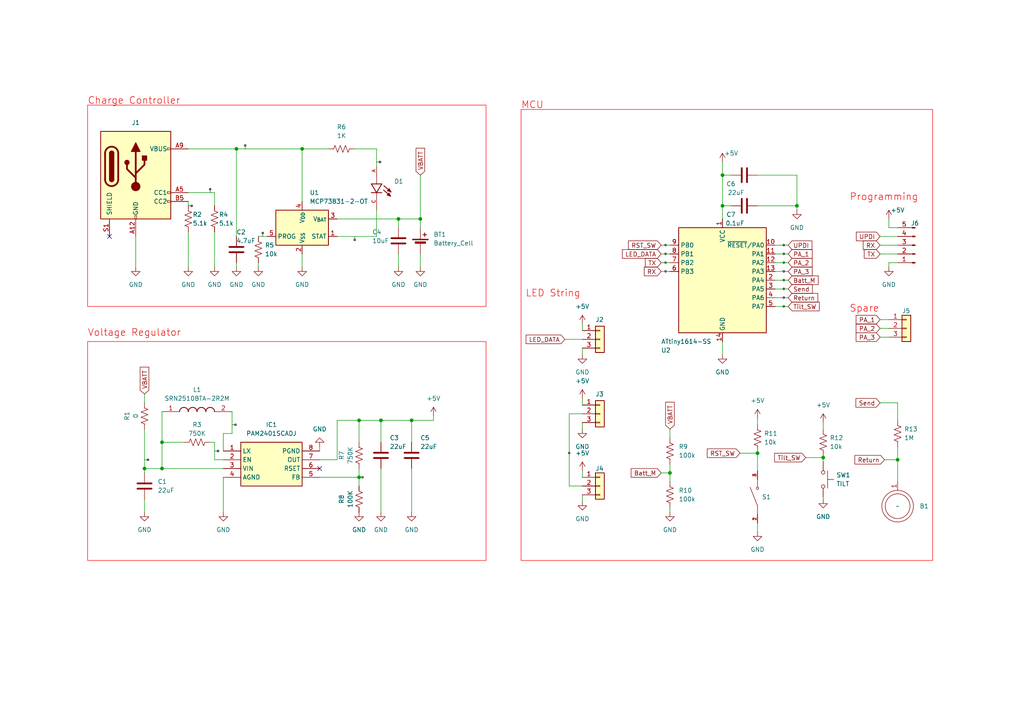
<source format=kicad_sch>
(kicad_sch (version 20230121) (generator eeschema)
  (paper "A4")
  (title_block (title "Night Light") (rev "2") (company "Cameron Gillingham"))
  (lib_symbols
    (symbol "Battery_Management:MCP73831-2-OT"
      (property "Reference" "U" (at -7.62 6.35 0))
      (property "Value" "MCP73831-2-OT" (at 1.27 6.35 0))
      (symbol "MCP73831-2-OT_0_1"
        (rectangle (start -7.62 5.08) (end 7.62 -5.08) (stroke (width 0.254)) (fill (type background)))
      )
      (symbol "MCP73831-2-OT_1_1"
        (pin tri_state line (at 10.16 -2.54 180) (length 2.54) (name "STAT") (number "1"))
        (pin power_in line (at 0 -7.62 90) (length 2.54) (name "V_{SS}") (number "2"))
        (pin power_out line (at 10.16 2.54 180) (length 2.54) (name "V_{BAT}") (number "3"))
        (pin power_in line (at 0 7.62 270) (length 2.54) (name "V_{DD}") (number "4"))
        (pin input line (at -10.16 -2.54 0) (length 2.54) (name "PROG") (number "5"))
      )
    )
    (symbol "Connector:Conn_01x05_Pin" (pin_names (offset 1.016) hide)
      (property "Reference" "J" (at 0 7.62 0))
      (property "Value" "Conn_01x05_Pin" (at 0 -7.62 0))
      (symbol "Conn_01x05_Pin_1_1"
        (polyline (pts (xy 1.27 -5.08) (xy 0.8636 -5.08)) (stroke (width 0.1524)))
        (polyline (pts (xy 1.27 -2.54) (xy 0.8636 -2.54)) (stroke (width 0.1524)))
        (polyline (pts (xy 1.27 0) (xy 0.8636 0)) (stroke (width 0.1524)))
        (polyline (pts (xy 1.27 2.54) (xy 0.8636 2.54)) (stroke (width 0.1524)))
        (polyline (pts (xy 1.27 5.08) (xy 0.8636 5.08)) (stroke (width 0.1524)))
        (rectangle (start 0.8636 -4.953) (end 0 -5.207) (stroke (width 0.1524)) (fill (type outline)))
        (rectangle (start 0.8636 -2.413) (end 0 -2.667) (stroke (width 0.1524)) (fill (type outline)))
        (rectangle (start 0.8636 0.127) (end 0 -0.127) (stroke (width 0.1524)) (fill (type outline)))
        (rectangle (start 0.8636 2.667) (end 0 2.413) (stroke (width 0.1524)) (fill (type outline)))
        (rectangle (start 0.8636 5.207) (end 0 4.953) (stroke (width 0.1524)) (fill (type outline)))
        (pin passive line (at 5.08 5.08 180) (length 3.81) (name "Pin_1") (number "1"))
        (pin passive line (at 5.08 2.54 180) (length 3.81) (name "Pin_2") (number "2"))
        (pin passive line (at 5.08 0 180) (length 3.81) (name "Pin_3") (number "3"))
        (pin passive line (at 5.08 -2.54 180) (length 3.81) (name "Pin_4") (number "4"))
        (pin passive line (at 5.08 -5.08 180) (length 3.81) (name "Pin_5") (number "5"))
      )
    )
    (symbol "Connector:USB_C_Receptacle_PowerOnly_6P" (pin_names (offset 1.016))
      (property "Reference" "J" (at 0 16.51 0))
      (property "Value" "USB_C_Receptacle_PowerOnly_6P" (at 0 13.97 0))
      (symbol "USB_C_Receptacle_PowerOnly_6P_0_0"
        (rectangle (start -0.254 -12.7) (end 0.254 -11.684))
        (rectangle (start 10.16 -7.366) (end 9.144 -7.874))
        (rectangle (start 10.16 -4.826) (end 9.144 -5.334))
        (rectangle (start 10.16 7.874) (end 9.144 7.366))
      )
      (symbol "USB_C_Receptacle_PowerOnly_6P_0_1"
        (rectangle (start -10.16 12.7) (end 10.16 -12.7) (stroke (width 0.254)) (fill (type background)))
        (arc (start -8.89 -1.27) (mid -6.985 -3.1667) (end -5.08 -1.27) (stroke (width 0.508)))
        (arc (start -7.62 -1.27) (mid -6.985 -1.9023) (end -6.35 -1.27) (stroke (width 0.254)))
        (arc (start -7.62 -1.27) (mid -6.985 -1.9023) (end -6.35 -1.27) (stroke (width 0.254)) (fill (type outline)))
        (rectangle (start -7.62 -1.27) (end -6.35 6.35) (stroke (width 0.254)) (fill (type outline)))
        (arc (start -6.35 6.35) (mid -6.985 6.9823) (end -7.62 6.35) (stroke (width 0.254)))
        (arc (start -6.35 6.35) (mid -6.985 6.9823) (end -7.62 6.35) (stroke (width 0.254)) (fill (type outline)))
        (arc (start -5.08 6.35) (mid -6.985 8.2467) (end -8.89 6.35) (stroke (width 0.508)))
        (circle (center -2.54 3.683) (radius 0.635) (stroke (width 0.254)) (fill (type outline)))
        (circle (center 0 -3.302) (radius 1.27) (fill (type outline)))
        (polyline (pts (xy -8.89 -1.27) (xy -8.89 6.35)) (stroke (width 0.508)))
        (polyline (pts (xy -5.08 6.35) (xy -5.08 -1.27)) (stroke (width 0.508)))
        (polyline (pts (xy 0 -3.302) (xy 0 6.858)) (stroke (width 0.508)))
        (polyline (pts (xy 0 -0.762) (xy -2.54 1.778) (xy -2.54 3.048)) (stroke (width 0.508)))
        (polyline (pts (xy 0 0.508) (xy 2.54 3.048) (xy 2.54 4.318)) (stroke (width 0.508)))
        (polyline (pts (xy -1.27 6.858) (xy 0 9.398) (xy 1.27 6.858) (xy -1.27 6.858)) (stroke (width 0.254)) (fill (type outline)))
        (rectangle (start 1.905 4.318) (end 3.175 5.588) (stroke (width 0.254)) (fill (type outline)))
      )
      (symbol "USB_C_Receptacle_PowerOnly_6P_1_1"
        (pin passive line (at 0 -17.78 90) (length 5.08) (name "GND") (number "A12"))
        (pin bidirectional line (at 15.24 -5.08 180) (length 5.08) (name "CC1") (number "A5"))
        (pin passive line (at 15.24 7.62 180) (length 5.08) (name "VBUS") (number "A9"))
        (pin passive line (at 0 -17.78 90) (length 5.08) hide (name "GND") (number "B12"))
        (pin bidirectional line (at 15.24 -7.62 180) (length 5.08) (name "CC2") (number "B5"))
        (pin passive line (at 15.24 7.62 180) (length 5.08) hide (name "VBUS") (number "B9"))
        (pin passive line (at -7.62 -17.78 90) (length 5.08) (name "SHIELD") (number "S1"))
      )
    )
    (symbol "Connector_Generic:Conn_01x03" (pin_names (offset 1.016) hide)
      (property "Reference" "J" (at 0 5.08 0))
      (property "Value" "Conn_01x03" (at 0 -5.08 0))
      (symbol "Conn_01x03_1_1"
        (rectangle (start -1.27 -2.413) (end 0 -2.667) (stroke (width 0.1524)))
        (rectangle (start -1.27 0.127) (end 0 -0.127) (stroke (width 0.1524)))
        (rectangle (start -1.27 2.667) (end 0 2.413) (stroke (width 0.1524)))
        (rectangle (start -1.27 3.81) (end 1.27 -3.81) (stroke (width 0.254)) (fill (type background)))
        (pin passive line (at -5.08 2.54 0) (length 3.81) (name "Pin_1") (number "1"))
        (pin passive line (at -5.08 0 0) (length 3.81) (name "Pin_2") (number "2"))
        (pin passive line (at -5.08 -2.54 0) (length 3.81) (name "Pin_3") (number "3"))
      )
    )
    (symbol "Device:Battery_Cell" (pin_numbers hide) (pin_names (offset 0) hide)
      (property "Reference" "BT" (at 2.54 2.54 0))
      (property "Value" "Battery_Cell" (at 2.54 0 0))
      (symbol "Battery_Cell_0_1"
        (rectangle (start -2.286 1.778) (end 2.286 1.524) (fill (type outline)))
        (rectangle (start -1.524 1.016) (end 1.524 0.508) (fill (type outline)))
        (polyline (pts (xy 0 0.762) (xy 0 0)))
        (polyline (pts (xy 0 1.778) (xy 0 2.54)))
        (polyline (pts (xy 0.762 3.048) (xy 1.778 3.048)) (stroke (width 0.254)))
        (polyline (pts (xy 1.27 3.556) (xy 1.27 2.54)) (stroke (width 0.254)))
      )
      (symbol "Battery_Cell_1_1"
        (pin passive line (at 0 5.08 270) (length 2.54) (name "+") (number "1"))
        (pin passive line (at 0 -2.54 90) (length 2.54) (name "-") (number "2"))
      )
    )
    (symbol "Device:C" (pin_numbers hide) (pin_names (offset 0.254))
      (property "Reference" "C" (at 0.635 2.54 0))
      (property "Value" "C" (at 0.635 -2.54 0))
      (symbol "C_0_1"
        (polyline (pts (xy -2.032 -0.762) (xy 2.032 -0.762)) (stroke (width 0.508)))
        (polyline (pts (xy -2.032 0.762) (xy 2.032 0.762)) (stroke (width 0.508)))
      )
      (symbol "C_1_1"
        (pin passive line (at 0 3.81 270) (length 2.794) (name "~") (number "1"))
        (pin passive line (at 0 -3.81 90) (length 2.794) (name "~") (number "2"))
      )
    )
    (symbol "Device:R_US" (pin_numbers hide) (pin_names (offset 0))
      (property "Reference" "R" (at 2.54 0 90))
      (property "Value" "R_US" (at -2.54 0 90))
      (symbol "R_US_0_1"
        (polyline (pts (xy 0 -2.286) (xy 0 -2.54)))
        (polyline (pts (xy 0 2.286) (xy 0 2.54)))
        (polyline (pts (xy 0 -0.762) (xy 1.016 -1.143) (xy 0 -1.524) (xy -1.016 -1.905) (xy 0 -2.286)))
        (polyline (pts (xy 0 0.762) (xy 1.016 0.381) (xy 0 0) (xy -1.016 -0.381) (xy 0 -0.762)))
        (polyline (pts (xy 0 2.286) (xy 1.016 1.905) (xy 0 1.524) (xy -1.016 1.143) (xy 0 0.762)))
      )
      (symbol "R_US_1_1"
        (pin passive line (at 0 3.81 270) (length 1.27) (name "~") (number "1"))
        (pin passive line (at 0 -3.81 90) (length 1.27) (name "~") (number "2"))
      )
    )
    (symbol "IN-S124ARUW:IN-S124ARUW" (pin_names (offset 1.016))
      (property "Reference" "D" (at -3.0988 4.4958 0))
      (property "Value" "IN-S124ARUW" (at -3.556 -3.302 0))
      (symbol "IN-S124ARUW_0_0"
        (polyline (pts (xy -2.54 -1.524) (xy 0 0)) (stroke (width 0.254)))
        (polyline (pts (xy -2.54 0) (xy -5.08 0)) (stroke (width 0.1524)))
        (polyline (pts (xy -2.54 0) (xy -2.54 -1.524)) (stroke (width 0.254)))
        (polyline (pts (xy -2.54 1.524) (xy -2.54 0)) (stroke (width 0.254)))
        (polyline (pts (xy -1.1176 3.683) (xy -0.2286 4.1656)) (stroke (width 0.254)))
        (polyline (pts (xy -0.9398 3.6068) (xy -0.7112 3.7592)) (stroke (width 0.254)))
        (polyline (pts (xy -0.5588 3.2004) (xy -1.1176 3.683)) (stroke (width 0.254)))
        (polyline (pts (xy -0.5588 3.2004) (xy -0.5334 3.937)) (stroke (width 0.254)))
        (polyline (pts (xy -0.5334 3.937) (xy -0.6604 3.937)) (stroke (width 0.254)))
        (polyline (pts (xy -0.2286 4.1656) (xy -2.0066 2.1336)) (stroke (width 0.254)))
        (polyline (pts (xy -0.2286 4.1656) (xy -0.5588 3.2004)) (stroke (width 0.254)))
        (polyline (pts (xy 0 0) (xy -2.54 1.524)) (stroke (width 0.254)))
        (polyline (pts (xy 0 1.524) (xy 0 -1.524)) (stroke (width 0.254)))
        (polyline (pts (xy 0.127 3.5814) (xy 1.016 4.064)) (stroke (width 0.254)))
        (polyline (pts (xy 0.3048 3.5052) (xy 0.5334 3.6576)) (stroke (width 0.254)))
        (polyline (pts (xy 0.6858 3.0988) (xy 0.127 3.5814)) (stroke (width 0.254)))
        (polyline (pts (xy 0.6858 3.0988) (xy 0.7112 3.8354)) (stroke (width 0.254)))
        (polyline (pts (xy 0.7112 3.8354) (xy 0.5842 3.8354)) (stroke (width 0.254)))
        (polyline (pts (xy 1.016 4.064) (xy -0.762 2.032)) (stroke (width 0.254)))
        (polyline (pts (xy 1.016 4.064) (xy 0.6858 3.0988)) (stroke (width 0.254)))
        (pin passive line (at -7.62 0 0) (length 2.54) (name "~") (number "A"))
        (pin passive line (at 5.08 0 180) (length 5.08) (name "~") (number "C"))
      )
    )
    (symbol "MCU_Microchip_ATtiny:ATtiny1614-SS"
      (property "Reference" "U" (at -12.7 16.51 0))
      (property "Value" "ATtiny1614-SS" (at 2.54 -16.51 0))
      (symbol "ATtiny1614-SS_0_1"
        (rectangle (start -12.7 -15.24) (end 12.7 15.24) (stroke (width 0.254)) (fill (type background)))
      )
      (symbol "ATtiny1614-SS_1_1"
        (pin power_in line (at 0 17.78 270) (length 2.54) (name "VCC") (number "1"))
        (pin bidirectional line (at 15.24 10.16 180) (length 2.54) (name "~{RESET}/PA0") (number "10"))
        (pin bidirectional line (at 15.24 7.62 180) (length 2.54) (name "PA1") (number "11"))
        (pin bidirectional line (at 15.24 5.08 180) (length 2.54) (name "PA2") (number "12"))
        (pin bidirectional line (at 15.24 2.54 180) (length 2.54) (name "PA3") (number "13"))
        (pin power_in line (at 0 -17.78 90) (length 2.54) (name "GND") (number "14"))
        (pin bidirectional line (at 15.24 0 180) (length 2.54) (name "PA4") (number "2"))
        (pin bidirectional line (at 15.24 -2.54 180) (length 2.54) (name "PA5") (number "3"))
        (pin bidirectional line (at 15.24 -5.08 180) (length 2.54) (name "PA6") (number "4"))
        (pin bidirectional line (at 15.24 -7.62 180) (length 2.54) (name "PA7") (number "5"))
        (pin bidirectional line (at -15.24 2.54 0) (length 2.54) (name "PB3") (number "6"))
        (pin bidirectional line (at -15.24 5.08 0) (length 2.54) (name "PB2") (number "7"))
        (pin bidirectional line (at -15.24 7.62 0) (length 2.54) (name "PB1") (number "8"))
        (pin bidirectional line (at -15.24 10.16 0) (length 2.54) (name "PB0") (number "9"))
      )
    )
    (symbol "PAM2401SCADJ:PAM2401SCADJ"
      (property "Reference" "IC" (at 24.13 7.62 0))
      (property "Value" "PAM2401SCADJ" (at 24.13 5.08 0))
      (symbol "PAM2401SCADJ_1_1"
        (rectangle (start 5.08 2.54) (end 22.86 -10.16) (stroke (width 0.254)) (fill (type background)))
        (pin passive line (at 0 0 0) (length 5.08) (name "LX") (number "1"))
        (pin passive line (at 0 -2.54 0) (length 5.08) (name "EN") (number "2"))
        (pin passive line (at 0 -5.08 0) (length 5.08) (name "VIN") (number "3"))
        (pin passive line (at 0 -7.62 0) (length 5.08) (name "AGND") (number "4"))
        (pin passive line (at 27.94 -7.62 180) (length 5.08) (name "FB") (number "5"))
        (pin passive line (at 27.94 -5.08 180) (length 5.08) (name "RSET") (number "6"))
        (pin passive line (at 27.94 -2.54 180) (length 5.08) (name "OUT") (number "7"))
        (pin passive line (at 27.94 0 180) (length 5.08) (name "PGND") (number "8"))
      )
    )
    (symbol "PTS526_SM08_SMTR2_LFS:PTS526_SM08_SMTR2_LFS" (pin_names (offset 1.016))
      (property "Reference" "S" (at -2.54 2.54 0))
      (property "Value" "PTS526_SM08_SMTR2_LFS" (at -2.54 -2.54 0))
      (symbol "PTS526_SM08_SMTR2_LFS_0_0"
        (polyline (pts (xy -2.54 0) (xy -5.08 0)) (stroke (width 0.1524)))
        (polyline (pts (xy -2.54 0) (xy 2.794 2.1336)) (stroke (width 0.1524)))
        (polyline (pts (xy 5.08 0) (xy 2.921 0)) (stroke (width 0.1524)))
        (circle (center 2.54 0) (radius 0.3302) (stroke (width 0.1524)))
        (pin passive line (at -7.62 0 0) (length 2.54) (name "~") (number "1"))
        (pin passive line (at -7.62 0 0) (length 2.54) (name "~") (number "2"))
        (pin passive line (at 7.62 0 180) (length 2.54) (name "~") (number "3"))
        (pin passive line (at 7.62 0 180) (length 2.54) (name "~") (number "4"))
      )
    )
    (symbol "SRN2510BTA-2R2M:SRN2510BTA-2R2M" (pin_names hide)
      (property "Reference" "L" (at 16.51 6.35 0))
      (property "Value" "SRN2510BTA-2R2M" (at 16.51 3.81 0))
      (symbol "SRN2510BTA-2R2M_1_1"
        (arc (start 7.62 0) (mid 6.35 1.219) (end 5.08 0) (stroke (width 0.254)))
        (arc (start 10.16 0) (mid 8.89 1.219) (end 7.62 0) (stroke (width 0.254)))
        (arc (start 12.7 0) (mid 11.43 1.219) (end 10.16 0) (stroke (width 0.254)))
        (arc (start 15.24 0) (mid 13.97 1.219) (end 12.7 0) (stroke (width 0.254)))
        (pin passive line (at 0 0 0) (length 5.08) (name "1") (number "1"))
        (pin passive line (at 20.32 0 180) (length 5.08) (name "2") (number "2"))
      )
    )
    (symbol "Switch:SW_Push" (pin_numbers hide) (pin_names (offset 1.016) hide)
      (property "Reference" "SW" (at 1.27 2.54 0))
      (property "Value" "SW_Push" (at 0 -1.524 0))
      (symbol "SW_Push_0_1"
        (circle (center -2.032 0) (radius 0.508))
        (polyline (pts (xy 0 1.27) (xy 0 3.048)))
        (polyline (pts (xy 2.54 1.27) (xy -2.54 1.27)))
        (circle (center 2.032 0) (radius 0.508))
        (pin passive line (at -5.08 0 0) (length 2.54) (name "1") (number "1"))
        (pin passive line (at 5.08 0 180) (length 2.54) (name "2") (number "2"))
      )
    )
    (symbol "myDesigns:Touch_Button"
      (property "Reference" "B" (at -4.318 -1.778 0))
      (symbol "Touch_Button_0_1"
        (circle (center 0 -7.112) (radius 3.5921))
        (circle (center 0 -7.112) (radius 4.5791))
      )
      (symbol "Touch_Button_1_1"
        (pin input line (at 0 0 270) (length 2.54) (name "") (number "1"))
      )
    )
    (symbol "power:+5V" (power) (pin_names (offset 0))
      (property "Value" "+5V" (at 0 3.556 0))
      (symbol "+5V_0_1"
        (polyline (pts (xy -0.762 1.27) (xy 0 2.54)))
        (polyline (pts (xy 0 0) (xy 0 2.54)))
        (polyline (pts (xy 0 2.54) (xy 0.762 1.27)))
      )
      (symbol "+5V_1_1"
        (pin power_in line (at 0 0 90) (length 0) hide (name "+5V") (number "1"))
      )
    )
    (symbol "power:GND" (power) (pin_names (offset 0))
      (property "Value" "GND" (at 0 -3.81 0))
      (symbol "GND_0_1"
        (polyline (pts (xy 0 0) (xy 0 -1.27) (xy 1.27 -1.27) (xy 0 -2.54) (xy -1.27 -1.27) (xy 0 -1.27)))
      )
      (symbol "GND_1_1"
        (pin power_in line (at 0 0 270) (length 0) hide (name "GND") (number "1"))
      )
    )
  )
  (junction (at 119.38 121.92))
  (junction (at 68.58 43.18))
  (junction (at 209.55 59.69))
  (junction (at 231.14 59.69))
  (junction (at 110.49 121.92))
  (junction (at 46.99 128.27))
  (junction (at 219.71 131.445))
  (junction (at 238.76 132.715))
  (junction (at 115.57 63.5))
  (junction (at 121.92 63.5))
  (junction (at 194.31 137.16))
  (junction (at 260.35 133.35))
  (junction (at 87.63 43.18))
  (junction (at 104.14 121.92))
  (junction (at 209.55 50.8))
  (junction (at 46.99 135.89))
  (junction (at 41.91 135.89))
  (junction (at 104.14 138.43))
  (no_connect (at 92.71 135.89))
  (no_connect (at 31.75 68.58))
  (wire (pts (xy 224.79 73.66) (xy 228.6 73.66)))
  (wire (pts (xy 163.83 98.425) (xy 168.91 98.425)))
  (wire (pts (xy 62.23 128.27) (xy 62.23 133.35)))
  (wire (pts (xy 168.91 143.51) (xy 168.91 145.415)))
  (wire (pts (xy 231.14 50.8) (xy 231.14 59.69)))
  (wire (pts (xy 255.27 92.71) (xy 257.81 92.71)))
  (wire (pts (xy 260.35 116.84) (xy 260.35 121.92)))
  (wire (pts (xy 109.22 60.96) (xy 109.22 68.58)))
  (wire (pts (xy 214.63 131.445) (xy 219.71 131.445)))
  (wire (pts (xy 209.55 99.06) (xy 209.55 102.87)))
  (wire (pts (xy 119.38 135.89) (xy 119.38 148.59)))
  (wire (pts (xy 125.73 120.65) (xy 125.73 121.92)))
  (wire (pts (xy 92.71 129.54) (xy 92.71 130.81)))
  (wire (pts (xy 260.35 76.2) (xy 257.81 76.2)))
  (wire (pts (xy 41.91 114.3) (xy 41.91 116.84)))
  (wire (pts (xy 110.49 121.92) (xy 110.49 128.27)))
  (wire (pts (xy 62.23 67.31) (xy 62.23 77.47)))
  (wire (pts (xy 238.76 132.08) (xy 238.76 132.715)))
  (wire (pts (xy 109.22 68.58) (xy 97.79 68.58)))
  (wire (pts (xy 191.77 137.16) (xy 194.31 137.16)))
  (wire (pts (xy 41.91 148.59) (xy 41.91 144.78)))
  (wire (pts (xy 224.79 83.82) (xy 228.6 83.82)))
  (wire (pts (xy 104.14 121.92) (xy 110.49 121.92)))
  (wire (pts (xy 54.61 43.18) (xy 68.58 43.18)))
  (wire (pts (xy 165.1 140.97) (xy 168.91 140.97)))
  (wire (pts (xy 62.23 133.35) (xy 64.77 133.35)))
  (wire (pts (xy 168.91 115.57) (xy 168.91 117.475)))
  (wire (pts (xy 255.27 97.79) (xy 257.81 97.79)))
  (wire (pts (xy 255.27 68.58) (xy 260.35 68.58)))
  (wire (pts (xy 168.91 100.965) (xy 168.91 102.87)))
  (wire (pts (xy 46.99 128.27) (xy 53.34 128.27)))
  (wire (pts (xy 104.14 135.89) (xy 104.14 138.43)))
  (wire (pts (xy 260.35 129.54) (xy 260.35 133.35)))
  (wire (pts (xy 168.91 122.555) (xy 168.91 124.46)))
  (wire (pts (xy 67.31 125.73) (xy 64.77 125.73)))
  (wire (pts (xy 224.79 88.9) (xy 228.6 88.9)))
  (wire (pts (xy 102.87 43.18) (xy 109.22 43.18)))
  (wire (pts (xy 87.63 73.66) (xy 87.63 77.47)))
  (wire (pts (xy 224.79 78.74) (xy 228.6 78.74)))
  (wire (pts (xy 255.27 95.25) (xy 257.81 95.25)))
  (wire (pts (xy 110.49 135.89) (xy 110.49 148.59)))
  (wire (pts (xy 121.92 73.66) (xy 121.92 77.47)))
  (wire (pts (xy 194.31 147.32) (xy 194.31 148.59)))
  (wire (pts (xy 121.92 50.8) (xy 121.92 63.5)))
  (wire (pts (xy 115.57 63.5) (xy 121.92 63.5)))
  (wire (pts (xy 233.68 132.715) (xy 238.76 132.715)))
  (wire (pts (xy 191.77 76.2) (xy 194.31 76.2)))
  (wire (pts (xy 92.71 133.35) (xy 97.79 133.35)))
  (wire (pts (xy 87.63 43.18) (xy 95.25 43.18)))
  (wire (pts (xy 46.99 135.89) (xy 64.77 135.89)))
  (wire (pts (xy 46.99 119.38) (xy 46.99 128.27)))
  (wire (pts (xy 125.73 121.92) (xy 119.38 121.92)))
  (wire (pts (xy 219.71 50.8) (xy 231.14 50.8)))
  (wire (pts (xy 115.57 73.66) (xy 115.57 77.47)))
  (wire (pts (xy 110.49 121.92) (xy 119.38 121.92)))
  (wire (pts (xy 41.91 124.46) (xy 41.91 135.89)))
  (wire (pts (xy 104.14 138.43) (xy 104.14 140.97)))
  (wire (pts (xy 62.23 55.88) (xy 62.23 59.69)))
  (wire (pts (xy 224.79 81.28) (xy 228.6 81.28)))
  (wire (pts (xy 255.27 73.66) (xy 260.35 73.66)))
  (wire (pts (xy 74.93 68.58) (xy 77.47 68.58)))
  (wire (pts (xy 67.31 119.38) (xy 67.31 125.73)))
  (wire (pts (xy 68.58 43.18) (xy 68.58 68.58)))
  (wire (pts (xy 238.76 132.715) (xy 238.76 133.985)))
  (wire (pts (xy 194.31 137.16) (xy 194.31 139.7)))
  (wire (pts (xy 260.35 133.35) (xy 260.35 139.7)))
  (wire (pts (xy 219.71 131.445) (xy 219.71 136.525)))
  (wire (pts (xy 209.55 46.99) (xy 209.55 50.8)))
  (wire (pts (xy 41.91 137.16) (xy 41.91 135.89)))
  (wire (pts (xy 219.71 59.69) (xy 231.14 59.69)))
  (wire (pts (xy 219.71 151.765) (xy 219.71 154.305)))
  (wire (pts (xy 54.61 58.42) (xy 54.61 59.69)))
  (wire (pts (xy 209.55 50.8) (xy 209.55 59.69)))
  (wire (pts (xy 97.79 133.35) (xy 97.79 121.92)))
  (wire (pts (xy 97.79 121.92) (xy 104.14 121.92)))
  (wire (pts (xy 121.92 66.04) (xy 121.92 63.5)))
  (wire (pts (xy 260.35 66.04) (xy 257.81 66.04)))
  (wire (pts (xy 46.99 128.27) (xy 46.99 135.89)))
  (wire (pts (xy 165.1 120.015) (xy 165.1 140.97)))
  (wire (pts (xy 209.55 59.69) (xy 212.09 59.69)))
  (wire (pts (xy 238.76 122.555) (xy 238.76 124.46)))
  (wire (pts (xy 104.14 121.92) (xy 104.14 128.27)))
  (wire (pts (xy 54.61 55.88) (xy 62.23 55.88)))
  (wire (pts (xy 257.81 63.5) (xy 257.81 66.04)))
  (wire (pts (xy 255.27 71.12) (xy 260.35 71.12)))
  (wire (pts (xy 119.38 121.92) (xy 119.38 128.27)))
  (wire (pts (xy 194.31 134.62) (xy 194.31 137.16)))
  (wire (pts (xy 168.91 120.015) (xy 165.1 120.015)))
  (wire (pts (xy 64.77 130.81) (xy 64.77 125.73)))
  (wire (pts (xy 256.54 133.35) (xy 260.35 133.35)))
  (wire (pts (xy 54.61 67.31) (xy 54.61 77.47)))
  (wire (pts (xy 46.99 135.89) (xy 41.91 135.89)))
  (wire (pts (xy 74.93 77.47) (xy 74.93 76.2)))
  (wire (pts (xy 109.22 43.18) (xy 109.22 48.26)))
  (wire (pts (xy 60.96 128.27) (xy 62.23 128.27)))
  (wire (pts (xy 191.77 73.66) (xy 194.31 73.66)))
  (wire (pts (xy 238.76 144.145) (xy 238.76 144.78)))
  (wire (pts (xy 224.79 71.12) (xy 228.6 71.12)))
  (wire (pts (xy 168.91 93.98) (xy 168.91 95.885)))
  (wire (pts (xy 64.77 138.43) (xy 64.77 148.59)))
  (wire (pts (xy 191.77 78.74) (xy 194.31 78.74)))
  (wire (pts (xy 219.71 121.285) (xy 219.71 123.19)))
  (wire (pts (xy 92.71 138.43) (xy 104.14 138.43)))
  (wire (pts (xy 209.55 50.8) (xy 212.09 50.8)))
  (wire (pts (xy 87.63 43.18) (xy 87.63 58.42)))
  (wire (pts (xy 68.58 43.18) (xy 87.63 43.18)))
  (wire (pts (xy 97.79 63.5) (xy 115.57 63.5)))
  (wire (pts (xy 168.91 136.525) (xy 168.91 138.43)))
  (wire (pts (xy 231.14 59.69) (xy 231.14 60.96)))
  (wire (pts (xy 224.79 86.36) (xy 228.6 86.36)))
  (wire (pts (xy 68.58 76.2) (xy 68.58 77.47)))
  (wire (pts (xy 219.71 130.81) (xy 219.71 131.445)))
  (wire (pts (xy 39.37 68.58) (xy 39.37 77.47)))
  (wire (pts (xy 224.79 76.2) (xy 228.6 76.2)))
  (wire (pts (xy 255.27 116.84) (xy 260.35 116.84)))
  (wire (pts (xy 191.77 71.12) (xy 194.31 71.12)))
  (wire (pts (xy 115.57 63.5) (xy 115.57 66.04)))
  (wire (pts (xy 209.55 59.69) (xy 209.55 63.5)))
  (wire (pts (xy 194.31 124.46) (xy 194.31 127)))
  (wire (pts (xy 257.81 76.2) (xy 257.81 77.47)))
  (rectangle (start 151.13 31.75) (end 270.51 162.56) (stroke (width 0) (color 255 0 0 1)))
  (rectangle (start 25.4 99.06) (end 140.97 162.56) (stroke (width 0) (color 255 0 0 1)))
  (rectangle (start 25.4 30.48) (end 140.97 88.9) (stroke (width 0) (color 253 0 0 1)))
  (text "Spare\n\n" (at 246.38 93.98 0) (effects (font (size 2 2)) (justify left bottom)))
  (text "LED String\n" (at 152.4 86.36 0) (effects (font (size 2 2)) (justify left bottom)))
  (text "Voltage Regulator\n" (at 25.4 97.79 0) (effects (font (size 2 2)) (justify left bottom)))
  (text "MCU\n" (at 151.13 31.75 0) (effects (font (size 2 2)) (justify left bottom)))
  (text "Programming\n" (at 246.38 58.42 0) (effects (font (size 2 2)) (justify left bottom)))
  (text "Charge Controller\n" (at 25.4 30.48 0) (effects (font (size 2 2)) (justify left bottom)))
  (global_label "VBATT" (shape input) (at 194.31 124.46 90) (property "Intersheetrefs" "${INTERSHEET_REFS}" (effects hide)))
  (global_label "RX" (shape input) (at 255.27 71.12 180) (property "Intersheetrefs" "${INTERSHEET_REFS}" (effects hide)))
  (global_label "UPDI" (shape input) (at 228.6 71.12 0) (property "Intersheetrefs" "${INTERSHEET_REFS}" (effects hide)))
  (global_label "Batt_M" (shape input) (at 228.6 81.28 0) (property "Intersheetrefs" "${INTERSHEET_REFS}" (effects hide)))
  (global_label "TX" (shape input) (at 255.27 73.66 180) (property "Intersheetrefs" "${INTERSHEET_REFS}" (effects hide)))
  (global_label "Tilt_SW" (shape input) (at 228.6 88.9 0) (property "Intersheetrefs" "${INTERSHEET_REFS}" (effects hide)))
  (global_label "Send" (shape input) (at 255.27 116.84 180) (property "Intersheetrefs" "${INTERSHEET_REFS}" (effects hide)))
  (global_label "PA_1" (shape input) (at 228.6 73.66 0) (property "Intersheetrefs" "${INTERSHEET_REFS}" (effects hide)))
  (global_label "Batt_M" (shape input) (at 191.77 137.16 180) (property "Intersheetrefs" "${INTERSHEET_REFS}" (effects hide)))
  (global_label "RX" (shape input) (at 191.77 78.74 180) (property "Intersheetrefs" "${INTERSHEET_REFS}" (effects hide)))
  (global_label "PA_2" (shape input) (at 228.6 76.2 0) (property "Intersheetrefs" "${INTERSHEET_REFS}" (effects hide)))
  (global_label "VBATT" (shape input) (at 121.92 50.8 90) (property "Intersheetrefs" "${INTERSHEET_REFS}" (effects hide)))
  (global_label "PA_3" (shape input) (at 228.6 78.74 0) (property "Intersheetrefs" "${INTERSHEET_REFS}" (effects hide)))
  (global_label "Return" (shape input) (at 256.54 133.35 180) (property "Intersheetrefs" "${INTERSHEET_REFS}" (effects hide)))
  (global_label "PA_3" (shape input) (at 255.27 97.79 180) (property "Intersheetrefs" "${INTERSHEET_REFS}" (effects hide)))
  (global_label "UPDI" (shape input) (at 255.27 68.58 180) (property "Intersheetrefs" "${INTERSHEET_REFS}" (effects hide)))
  (global_label "Return" (shape input) (at 228.6 86.36 0) (property "Intersheetrefs" "${INTERSHEET_REFS}" (effects hide)))
  (global_label "TX" (shape input) (at 191.77 76.2 180) (property "Intersheetrefs" "${INTERSHEET_REFS}" (effects hide)))
  (global_label "LED_DATA" (shape input) (at 163.83 98.425 180) (property "Intersheetrefs" "${INTERSHEET_REFS}" (effects hide)))
  (global_label "PA_1" (shape input) (at 255.27 92.71 180) (property "Intersheetrefs" "${INTERSHEET_REFS}" (effects hide)))
  (global_label "LED_DATA" (shape input) (at 191.77 73.66 180) (property "Intersheetrefs" "${INTERSHEET_REFS}" (effects hide)))
  (global_label "Tilt_SW" (shape input) (at 233.68 132.715 180) (property "Intersheetrefs" "${INTERSHEET_REFS}" (effects hide)))
  (global_label "Send" (shape input) (at 228.6 83.82 0) (property "Intersheetrefs" "${INTERSHEET_REFS}" (effects hide)))
  (global_label "PA_2" (shape input) (at 255.27 95.25 180) (property "Intersheetrefs" "${INTERSHEET_REFS}" (effects hide)))
  (global_label "RST_SW" (shape input) (at 214.63 131.445 180) (property "Intersheetrefs" "${INTERSHEET_REFS}" (effects hide)))
  (global_label "VBATT" (shape input) (at 41.91 114.3 90) (property "Intersheetrefs" "${INTERSHEET_REFS}" (effects hide)))
  (global_label "RST_SW" (shape input) (at 191.77 71.12 180) (property "Intersheetrefs" "${INTERSHEET_REFS}" (effects hide)))
  (netclass_flag "" (length 1) (shape dot) (at 104.14 138.43 270) (property "Netclass" "power" (effects hide)))
  (netclass_flag "" (length 1) (shape dot) (at 62.23 130.81 270) (property "Netclass" "power" (effects hide)))
  (netclass_flag "" (length 0.05) (shape dot) (at 227.33 88.9 0) (property "Netclass" "signal" (effects hide)))
  (netclass_flag "" (length 0.05) (shape dot) (at 193.04 76.2 0) (property "Netclass" "signal" (effects hide)))
  (netclass_flag "" (length 0.05) (shape dot) (at 193.04 71.12 0) (property "Netclass" "signal" (effects hide)))
  (netclass_flag "" (length 0.05) (shape dot) (at 193.04 78.74 0) (property "Netclass" "signal" (effects hide)))
  (netclass_flag "" (length 0.05) (shape dot) (at 227.33 73.66 0) (property "Netclass" "signal" (effects hide)))
  (netclass_flag "" (length 1) (shape dot) (at 71.12 43.18 0) (property "Netclass" "power" (effects hide)))
  (netclass_flag "" (length 1) (shape dot) (at 60.96 55.88 0) (property "Netclass" "power" (effects hide)))
  (netclass_flag "" (length 1) (shape dot) (at 76.2 68.58 0) (property "Netclass" "power" (effects hide)))
  (netclass_flag "" (length 0.05) (shape dot) (at 227.33 81.28 0) (property "Netclass" "signal" (effects hide)))
  (netclass_flag "" (length 0.05) (shape dot) (at 227.33 86.36 0) (property "Netclass" "signal" (effects hide)))
  (netclass_flag "" (length 1) (shape dot) (at 67.31 123.19 270) (property "Netclass" "power" (effects hide)))
  (netclass_flag "" (length 0.05) (shape dot) (at 165.1 131.445 0) (property "Netclass" "signal" (effects hide)))
  (netclass_flag "" (length 0.05) (shape dot) (at 227.33 83.82 0) (property "Netclass" "signal" (effects hide)))
  (netclass_flag "" (length 0.05) (shape dot) (at 227.33 78.74 0) (property "Netclass" "signal" (effects hide)))
  (netclass_flag "" (length 1) (shape dot) (at 54.61 59.69 270) (property "Netclass" "power" (effects hide)))
  (netclass_flag "" (length 0.05) (shape dot) (at 193.04 73.66 0) (property "Netclass" "signal" (effects hide)))
  (netclass_flag "" (length 1) (shape dot) (at 109.22 46.99 270) (property "Netclass" "power" (effects hide)))
  (netclass_flag "" (length 1) (shape dot) (at 102.87 68.58 180) (property "Netclass" "power" (effects hide)))
  (netclass_flag "" (length 0.05) (shape dot) (at 227.33 76.2 0) (property "Netclass" "signal" (effects hide)))
  (netclass_flag "" (length 1) (shape dot) (at 41.91 133.35 270) (property "Netclass" "power" (effects hide)))
  (netclass_flag "" (length 0.05) (shape dot) (at 227.33 71.12 0) (property "Netclass" "signal" (effects hide)))
  (symbol (lib_id "Connector_Generic:Conn_01x03") (at 173.99 98.425 0) (unit 1)
    (property "Reference" "J2" (at 172.72 92.71 0) (effects (justify left)))
    (property "Value" "Conn_01x03" (effects hide))
    (property "Footprint" "Connector_PinHeader_2.54mm:PinHeader_1x03_P2.54mm_Vertical_SMD_Pin1Left" (effects hide))
  )
  (symbol (lib_id "MCU_Microchip_ATtiny:ATtiny1614-SS") (at 209.55 81.28 0) (unit 1)
    (property "Reference" "U2" (at 191.77 101.6 0) (effects (justify left)))
    (property "Value" "ATtiny1614-SS" (at 191.77 99.06 0) (effects (justify left)))
    (property "Footprint" "Package_SO:SOIC-14_3.9x8.7mm_P1.27mm" (effects hide))
    (property "Datasheet" "http://ww1.microchip.com/downloads/en/DeviceDoc/ATtiny1614-data-sheet-40001995A.pdf" (effects hide))
  )
  (symbol (lib_id "Device:C") (at 68.58 72.39 0) (unit 1)
    (property "Reference" "C2" (at 68.58 67.31 0) (effects (justify left)))
    (property "Value" "4.7uF" (at 68.58 69.85 0) (effects (justify left)))
    (property "Footprint" "Capacitor_SMD:C_1206_3216Metric" (effects hide))
  )
  (symbol (lib_id "SRN2510BTA-2R2M:SRN2510BTA-2R2M") (at 46.99 119.38 0) (unit 1)
    (property "Reference" "L1" (at 57.15 113.03 0))
    (property "Value" "SRN2510BTA-2R2M" (at 57.15 115.57 0))
    (property "Footprint" "SRN2510BTA-2R2M:SRN2510BTA2R2M" (effects hide))
    (property "Datasheet" "https://www.bourns.com/docs/Product-Datasheets/SRN2510BTA.pdf" (effects hide))
    (property "Height" "1" (effects hide))
    (property "Mouser Part Number" "652-SRN2510BTA-2R2M" (effects hide))
    (property "Mouser Price/Stock" "https://www.mouser.co.uk/ProductDetail/Bourns/SRN2510BTA-2R2M?qs=Imq1NPwxi76UwyNS9ZjxDQ%3D%3D" (effects hide))
    (property "Manufacturer_Name" "Bourns" (effects hide))
    (property "Manufacturer_Part_Number" "SRN2510BTA-2R2M" (effects hide))
  )
  (symbol (lib_id "power:GND") (at 115.57 77.47 0) (unit 1)
    (property "Reference" "#PWR012" (effects hide))
    (property "Value" "GND" (at 115.57 82.55 0))
  )
  (symbol (lib_id "Device:C") (at 215.9 50.8 90) (unit 1)
    (property "Reference" "C6" (at 213.36 53.34 90) (effects (justify left)))
    (property "Value" "22uF" (at 215.9 55.88 90) (effects (justify left)))
    (property "Footprint" "Capacitor_SMD:C_1206_3216Metric" (effects hide))
  )
  (symbol (lib_id "power:+5V") (at 219.71 121.285 0) (unit 1)
    (property "Reference" "#PWR025" (effects hide))
    (property "Value" "+5V" (at 219.71 116.205 0))
  )
  (symbol (lib_id "Device:C") (at 115.57 69.85 0) (unit 1)
    (property "Reference" "C4" (at 107.95 67.31 0) (effects (justify left)))
    (property "Value" "10uF" (at 107.95 69.85 0) (effects (justify left)))
    (property "Footprint" "Capacitor_SMD:C_1206_3216Metric" (effects hide))
  )
  (symbol (lib_id "Device:C") (at 215.9 59.69 90) (unit 1)
    (property "Reference" "C7" (at 213.36 62.23 90) (effects (justify left)))
    (property "Value" "0.1uF" (at 215.9 64.77 90) (effects (justify left)))
    (property "Footprint" "Capacitor_SMD:C_1206_3216Metric" (effects hide))
  )
  (symbol (lib_id "power:GND") (at 104.14 148.59 0) (unit 1)
    (property "Reference" "#PWR010" (effects hide))
    (property "Value" "GND" (at 104.14 153.67 0))
  )
  (symbol (lib_id "Device:C") (at 110.49 132.08 0) (unit 1)
    (property "Reference" "C3" (at 113.03 127 0) (effects (justify left)))
    (property "Value" "22uF" (at 113.03 129.54 0) (effects (justify left)))
    (property "Footprint" "Capacitor_SMD:C_1206_3216Metric" (effects hide))
  )
  (symbol (lib_id "Device:R_US") (at 54.61 63.5 0) (unit 1)
    (property "Reference" "R2" (at 55.88 62.23 0) (effects (justify left)))
    (property "Value" "5.1k" (at 55.88 64.77 0) (effects (justify left)))
    (property "Footprint" "Resistor_SMD:R_1206_3216Metric" (effects hide))
  )
  (symbol (lib_id "power:+5V") (at 125.73 120.65 0) (unit 1)
    (property "Reference" "#PWR015" (effects hide))
    (property "Value" "+5V" (at 125.73 115.57 0))
  )
  (symbol (lib_id "Connector:USB_C_Receptacle_PowerOnly_6P") (at 39.37 50.8 0) (unit 1)
    (property "Reference" "J1" (at 39.37 35.56 0))
    (property "Value" "USB_C_Receptacle_PowerOnly_6P" (effects hide))
    (property "Footprint" "myFootprintDesigns:USB-C_PWR" (effects hide))
    (property "Datasheet" "https://www.usb.org/sites/default/files/documents/usb_type-c.zip" (effects hide))
  )
  (symbol (lib_id "power:GND") (at 110.49 148.59 0) (unit 1)
    (property "Reference" "#PWR011" (effects hide))
    (property "Value" "GND" (at 110.49 153.67 0))
  )
  (symbol (lib_id "power:+5V") (at 168.91 136.525 0) (unit 1)
    (property "Reference" "#PWR020" (effects hide))
    (property "Value" "+5V" (at 168.91 131.445 0))
  )
  (symbol (lib_id "Device:R_US") (at 62.23 63.5 0) (unit 1)
    (property "Reference" "R4" (at 63.5 62.23 0) (effects (justify left)))
    (property "Value" "5.1k" (at 63.5 64.77 0) (effects (justify left)))
    (property "Footprint" "Resistor_SMD:R_1206_3216Metric" (effects hide))
  )
  (symbol (lib_id "power:+5V") (at 168.91 93.98 0) (unit 1)
    (property "Reference" "#PWR016" (effects hide))
    (property "Value" "+5V" (at 168.91 88.9 0))
  )
  (symbol (lib_id "Device:R_US") (at 57.15 128.27 90) (unit 1)
    (property "Reference" "R3" (at 57.15 123.19 90))
    (property "Value" "750K" (at 57.15 125.73 90))
    (property "Footprint" "Resistor_SMD:R_1206_3216Metric" (effects hide))
  )
  (symbol (lib_id "power:+5V") (at 209.55 46.99 0) (unit 1)
    (property "Reference" "#PWR023" (effects hide))
    (property "Value" "+5V" (at 212.09 44.45 0))
  )
  (symbol (lib_id "power:GND") (at 87.63 77.47 0) (unit 1)
    (property "Reference" "#PWR08" (effects hide))
    (property "Value" "GND" (at 87.63 82.55 0))
  )
  (symbol (lib_id "power:GND") (at 209.55 102.87 0) (unit 1)
    (property "Reference" "#PWR024" (effects hide))
    (property "Value" "GND" (at 209.55 107.95 0))
  )
  (symbol (lib_id "Device:C") (at 41.91 140.97 0) (unit 1)
    (property "Reference" "C1" (at 45.72 139.7 0) (effects (justify left)))
    (property "Value" "22uF" (at 45.72 142.24 0) (effects (justify left)))
    (property "Footprint" "Capacitor_SMD:C_1206_3216Metric" (effects hide))
  )
  (symbol (lib_id "IN-S124ARUW:IN-S124ARUW") (at 109.22 55.88 270) (unit 1)
    (property "Reference" "D1" (at 114.3 52.6034 90) (effects (justify left)))
    (property "Value" "IN-S124ARUW" (effects hide))
    (property "Footprint" "IN-S124ARUW:LED_IN-S124ARUW" (effects hide))
    (property "MF" "Inolux" (effects hide))
    (property "MOUSER-PURCHASE-URL" "https://snapeda.com/shop?store=Mouser&id=2130298" (effects hide))
    (property "DESCRIPTION" "White LED Indication - Discrete 3.3V 2-SMD, No Lead" (effects hide))
    (property "PACKAGE" "SMD-2 Inolux" (effects hide))
    (property "PRICE" "None" (effects hide))
    (property "Package" "SMD-2 Inolux" (effects hide))
    (property "Check_prices" "https://www.snapeda.com/parts/IN-S124ARUW/Inolux/view-part/?ref=eda" (effects hide))
    (property "Price" "None" (effects hide))
    (property "SnapEDA_Link" "https://www.snapeda.com/parts/IN-S124ARUW/Inolux/view-part/?ref=snap" (effects hide))
    (property "MP" "IN-S124ARUW" (effects hide))
    (property "DIGIKEY-PURCHASE-URL" "https://snapeda.com/shop?store=DigiKey&id=2130298" (effects hide))
    (property "Description" "\nWhite - LED Indication - Discrete 3.3V 2-SMD, No Lead\n" (effects hide))
    (property "Availability" "In Stock" (effects hide))
    (property "AVAILABILITY" "Warning" (effects hide))
    (property "MAXIMUM_PACKAGE_HEIGHT" "0.3mm" (effects hide))
  )
  (symbol (lib_id "Device:R_US") (at 238.76 128.27 0) (unit 1)
    (property "Reference" "R12" (at 240.665 127 0) (effects (justify left)))
    (property "Value" "10k" (at 240.665 129.54 0) (effects (justify left)))
    (property "Footprint" "Resistor_SMD:R_1206_3216Metric" (effects hide))
  )
  (symbol (lib_id "power:GND") (at 92.71 129.54 180) (unit 1)
    (property "Reference" "#PWR09" (effects hide))
    (property "Value" "GND" (at 92.71 124.46 0))
  )
  (symbol (lib_id "Device:R_US") (at 74.93 72.39 0) (unit 1)
    (property "Reference" "R5" (at 76.835 71.12 0) (effects (justify left)))
    (property "Value" "10k" (at 76.835 73.66 0) (effects (justify left)))
    (property "Footprint" "Resistor_SMD:R_1206_3216Metric" (effects hide))
  )
  (symbol (lib_id "power:GND") (at 219.71 154.305 0) (unit 1)
    (property "Reference" "#PWR026" (effects hide))
    (property "Value" "GND" (at 219.71 159.385 0))
  )
  (symbol (lib_id "power:GND") (at 39.37 77.47 0) (unit 1)
    (property "Reference" "#PWR01" (effects hide))
    (property "Value" "GND" (at 39.37 82.55 0))
  )
  (symbol (lib_id "Connector_Generic:Conn_01x03") (at 173.99 140.97 0) (unit 1)
    (property "Reference" "J4" (at 172.72 135.89 0) (effects (justify left)))
    (property "Value" "Conn_01x03" (effects hide))
    (property "Footprint" "Connector_PinHeader_2.54mm:PinHeader_1x03_P2.54mm_Vertical_SMD_Pin1Left" (effects hide))
  )
  (symbol (lib_id "Switch:SW_Push") (at 238.76 139.065 270) (unit 1)
    (property "Reference" "SW1" (at 242.57 137.795 90) (effects (justify left)))
    (property "Value" "TILT" (at 242.57 140.335 90) (effects (justify left)))
    (property "Footprint" "Connector_PinHeader_2.54mm:PinHeader_2x01_P2.54mm_Vertical_SMD" (effects hide))
  )
  (symbol (lib_id "PAM2401SCADJ:PAM2401SCADJ") (at 64.77 130.81 0) (unit 1)
    (property "Reference" "IC1" (at 78.74 123.19 0))
    (property "Value" "PAM2401SCADJ" (at 78.74 125.73 0))
    (property "Footprint" "PAM2401:SOP65P490X110-8N" (effects hide))
    (property "Datasheet" "https://www.diodes.com//assets/Datasheets/PAM2401.pdf" (effects hide))
    (property "Height" "1.1" (effects hide))
    (property "Mouser Part Number" "621-PAM2401SCADJ" (effects hide))
    (property "Mouser Price/Stock" "https://www.mouser.co.uk/ProductDetail/Diodes-Incorporated/PAM2401SCADJ?qs=Ay79KZaUeZCprHtLIDXq%252BQ%3D%3D" (effects hide))
    (property "Manufacturer_Name" "Diodes Incorporated" (effects hide))
    (property "Manufacturer_Part_Number" "PAM2401SCADJ" (effects hide))
  )
  (symbol (lib_id "Battery_Management:MCP73831-2-OT") (at 87.63 66.04 0) (unit 1)
    (property "Reference" "U1" (at 89.8241 55.88 0) (effects (justify left)))
    (property "Value" "MCP73831-2-OT" (at 89.8241 58.42 0) (effects (justify left)))
    (property "Footprint" "Package_TO_SOT_SMD:SOT-23-5" (effects hide))
    (property "Datasheet" "http://ww1.microchip.com/downloads/en/DeviceDoc/20001984g.pdf" (effects hide))
  )
  (symbol (lib_id "power:GND") (at 62.23 77.47 0) (unit 1)
    (property "Reference" "#PWR04" (effects hide))
    (property "Value" "GND" (at 62.23 82.55 0))
  )
  (symbol (lib_id "power:GND") (at 168.91 102.87 0) (unit 1)
    (property "Reference" "#PWR017" (effects hide))
    (property "Value" "GND" (at 168.91 107.95 0))
  )
  (symbol (lib_id "power:GND") (at 231.14 60.96 0) (unit 1)
    (property "Reference" "#PWR027" (effects hide))
    (property "Value" "GND" (at 231.14 66.04 0))
  )
  (symbol (lib_id "PTS526_SM08_SMTR2_LFS:PTS526_SM08_SMTR2_LFS") (at 219.71 144.145 90) (unit 1)
    (property "Reference" "S1" (at 220.98 144.145 90) (effects (justify right)))
    (property "Value" "PTS526_SM08_SMTR2_LFS" (effects hide))
    (property "Footprint" "PTS526_SM08_SMTR2_LFS:SW_PTS526_SM08_SMTR2_LFS" (effects hide))
    (property "MF" "C&K" (effects hide))
    (property "MAXIMUM_PACKAGE_HEIGHT" "0.95mm" (effects hide))
    (property "Package" "None" (effects hide))
    (property "Price" "None" (effects hide))
    (property "Check_prices" "https://www.snapeda.com/parts/PTS526%20SM08%20SMTR2%20LFS/C%2526K/view-part/?ref=eda" (effects hide))
    (property "STANDARD" "Manufacturer Recommendations" (effects hide))
    (property "PARTREV" "20 mar 19" (effects hide))
    (property "SnapEDA_Link" "https://www.snapeda.com/parts/PTS526%20SM08%20SMTR2%20LFS/C%2526K/view-part/?ref=snap" (effects hide))
    (property "MP" "PTS526 SM08 SMTR2 LFS" (effects hide))
    (property "Description" "\n                        \n                            Tactile Switch SPST-NO Top Actuated Surface Mount\n                        \n" (effects hide))
    (property "Availability" "In Stock" (effects hide))
    (property "MANUFACTURER" "C&K" (effects hide))
  )
  (symbol (lib_id "Device:R_US") (at 104.14 144.78 180) (unit 1)
    (property "Reference" "R8" (at 99.06 144.78 90))
    (property "Value" "100K" (at 101.6 144.78 90))
    (property "Footprint" "Resistor_SMD:R_1206_3216Metric" (effects hide))
  )
  (symbol (lib_id "power:GND") (at 68.58 77.47 0) (unit 1)
    (property "Reference" "#PWR06" (effects hide))
    (property "Value" "GND" (at 68.58 82.55 0))
  )
  (symbol (lib_id "myDesigns:Touch_Button") (at 260.35 139.7 0) (unit 1)
    (property "Reference" "B1" (at 266.7 146.812 0) (effects (justify left)))
    (property "Value" "~" (at 260.35 146.812 0))
    (property "Footprint" "myFootprintDesigns:fireflyTouch" (effects hide))
  )
  (symbol (lib_id "power:+5V") (at 238.76 122.555 0) (unit 1)
    (property "Reference" "#PWR028" (effects hide))
    (property "Value" "+5V" (at 238.76 117.475 0))
  )
  (symbol (lib_id "power:GND") (at 74.93 77.47 0) (unit 1)
    (property "Reference" "#PWR07" (effects hide))
    (property "Value" "GND" (at 74.93 82.55 0))
  )
  (symbol (lib_id "Connector:Conn_01x05_Pin") (at 265.43 71.12 180) (unit 1)
    (property "Reference" "J6" (at 264.16 64.77 0) (effects (justify right)))
    (property "Value" "Conn_01x05_Pin" (effects hide))
    (property "Footprint" "Connector_PinSocket_2.54mm:PinSocket_1x05_P2.54mm_Vertical_SMD_Pin1Left" (effects hide))
  )
  (symbol (lib_id "Device:R_US") (at 194.31 130.81 0) (unit 1)
    (property "Reference" "R9" (at 196.85 129.54 0) (effects (justify left)))
    (property "Value" "100k" (at 196.85 132.08 0) (effects (justify left)))
    (property "Footprint" "Resistor_SMD:R_1206_3216Metric" (effects hide))
  )
  (symbol (lib_id "Device:C") (at 119.38 132.08 0) (unit 1)
    (property "Reference" "C5" (at 121.92 127 0) (effects (justify left)))
    (property "Value" "22uF" (at 121.92 129.54 0) (effects (justify left)))
    (property "Footprint" "Capacitor_SMD:C_1206_3216Metric" (effects hide))
  )
  (symbol (lib_id "power:GND") (at 41.91 148.59 0) (unit 1)
    (property "Reference" "#PWR02" (effects hide))
    (property "Value" "GND" (at 41.91 153.67 0))
  )
  (symbol (lib_id "Device:Battery_Cell") (at 121.92 71.12 0) (unit 1)
    (property "Reference" "BT1" (at 125.73 68.0085 0) (effects (justify left)))
    (property "Value" "Battery_Cell" (at 125.73 70.5485 0) (effects (justify left)))
    (property "Footprint" "myFootprintDesigns:14500 Holder" (effects hide))
  )
  (symbol (lib_id "Device:R_US") (at 194.31 143.51 0) (unit 1)
    (property "Reference" "R10" (at 196.85 142.24 0) (effects (justify left)))
    (property "Value" "100k" (at 196.85 144.78 0) (effects (justify left)))
    (property "Footprint" "Resistor_SMD:R_1206_3216Metric" (effects hide))
  )
  (symbol (lib_id "Device:R_US") (at 219.71 127 0) (unit 1)
    (property "Reference" "R11" (at 221.615 125.73 0) (effects (justify left)))
    (property "Value" "10k" (at 221.615 128.27 0) (effects (justify left)))
    (property "Footprint" "Resistor_SMD:R_1206_3216Metric" (effects hide))
  )
  (symbol (lib_id "power:GND") (at 194.31 148.59 0) (unit 1)
    (property "Reference" "#PWR022" (effects hide))
    (property "Value" "GND" (at 194.31 153.67 0))
  )
  (symbol (lib_id "power:GND") (at 64.77 148.59 0) (unit 1)
    (property "Reference" "#PWR05" (effects hide))
    (property "Value" "GND" (at 64.77 153.67 0))
  )
  (symbol (lib_id "power:GND") (at 54.61 77.47 0) (unit 1)
    (property "Reference" "#PWR03" (effects hide))
    (property "Value" "GND" (at 54.61 82.55 0))
  )
  (symbol (lib_id "power:GND") (at 168.91 124.46 0) (unit 1)
    (property "Reference" "#PWR019" (effects hide))
    (property "Value" "GND" (at 168.91 129.54 0))
  )
  (symbol (lib_id "power:+5V") (at 257.81 63.5 0) (unit 1)
    (property "Reference" "#PWR030" (effects hide))
    (property "Value" "+5V" (at 260.35 60.96 0))
  )
  (symbol (lib_id "Device:R_US") (at 260.35 125.73 0) (unit 1)
    (property "Reference" "R13" (at 262.255 124.46 0) (effects (justify left)))
    (property "Value" "1M" (at 262.255 127 0) (effects (justify left)))
    (property "Footprint" "Resistor_SMD:R_1206_3216Metric" (effects hide))
  )
  (symbol (lib_id "Connector_Generic:Conn_01x03") (at 262.89 95.25 0) (unit 1)
    (property "Reference" "J5" (at 261.62 90.17 0) (effects (justify left)))
    (property "Value" "Conn_01x03" (effects hide))
    (property "Footprint" "Connector_PinHeader_2.54mm:PinHeader_1x03_P2.54mm_Vertical_SMD_Pin1Left" (effects hide))
  )
  (symbol (lib_id "power:GND") (at 168.91 145.415 0) (unit 1)
    (property "Reference" "#PWR021" (effects hide))
    (property "Value" "GND" (at 168.91 150.495 0))
  )
  (symbol (lib_id "Connector_Generic:Conn_01x03") (at 173.99 120.015 0) (unit 1)
    (property "Reference" "J3" (at 172.72 114.3 0) (effects (justify left)))
    (property "Value" "Conn_01x03" (effects hide))
    (property "Footprint" "Connector_PinHeader_2.54mm:PinHeader_1x03_P2.54mm_Vertical_SMD_Pin1Left" (effects hide))
  )
  (symbol (lib_id "Device:R_US") (at 104.14 132.08 180) (unit 1)
    (property "Reference" "R7" (at 99.06 132.08 90))
    (property "Value" "750K" (at 101.6 132.08 90))
    (property "Footprint" "Resistor_SMD:R_1206_3216Metric" (effects hide))
  )
  (symbol (lib_id "power:+5V") (at 168.91 115.57 0) (unit 1)
    (property "Reference" "#PWR018" (effects hide))
    (property "Value" "+5V" (at 168.91 110.49 0))
  )
  (symbol (lib_id "power:GND") (at 119.38 148.59 0) (unit 1)
    (property "Reference" "#PWR013" (effects hide))
    (property "Value" "GND" (at 119.38 153.67 0))
  )
  (symbol (lib_id "power:GND") (at 121.92 77.47 0) (unit 1)
    (property "Reference" "#PWR014" (effects hide))
    (property "Value" "GND" (at 121.92 82.55 0))
  )
  (symbol (lib_id "power:GND") (at 257.81 77.47 0) (unit 1)
    (property "Reference" "#PWR031" (effects hide))
    (property "Value" "GND" (at 257.81 82.55 0))
  )
  (symbol (lib_id "Device:R_US") (at 41.91 120.65 180) (unit 1)
    (property "Reference" "R1" (at 36.83 120.65 90))
    (property "Value" "0" (at 39.37 120.65 90))
    (property "Footprint" "Resistor_SMD:R_1206_3216Metric" (effects hide))
  )
  (symbol (lib_id "power:GND") (at 238.76 144.78 0) (unit 1)
    (property "Reference" "#PWR029" (effects hide))
    (property "Value" "GND" (at 238.76 149.86 0))
  )
  (symbol (lib_id "Device:R_US") (at 99.06 43.18 90) (unit 1)
    (property "Reference" "R6" (at 99.06 36.83 90))
    (property "Value" "1K" (at 99.06 39.37 90))
    (property "Footprint" "Resistor_SMD:R_1206_3216Metric" (effects hide))
  )
)
</source>
